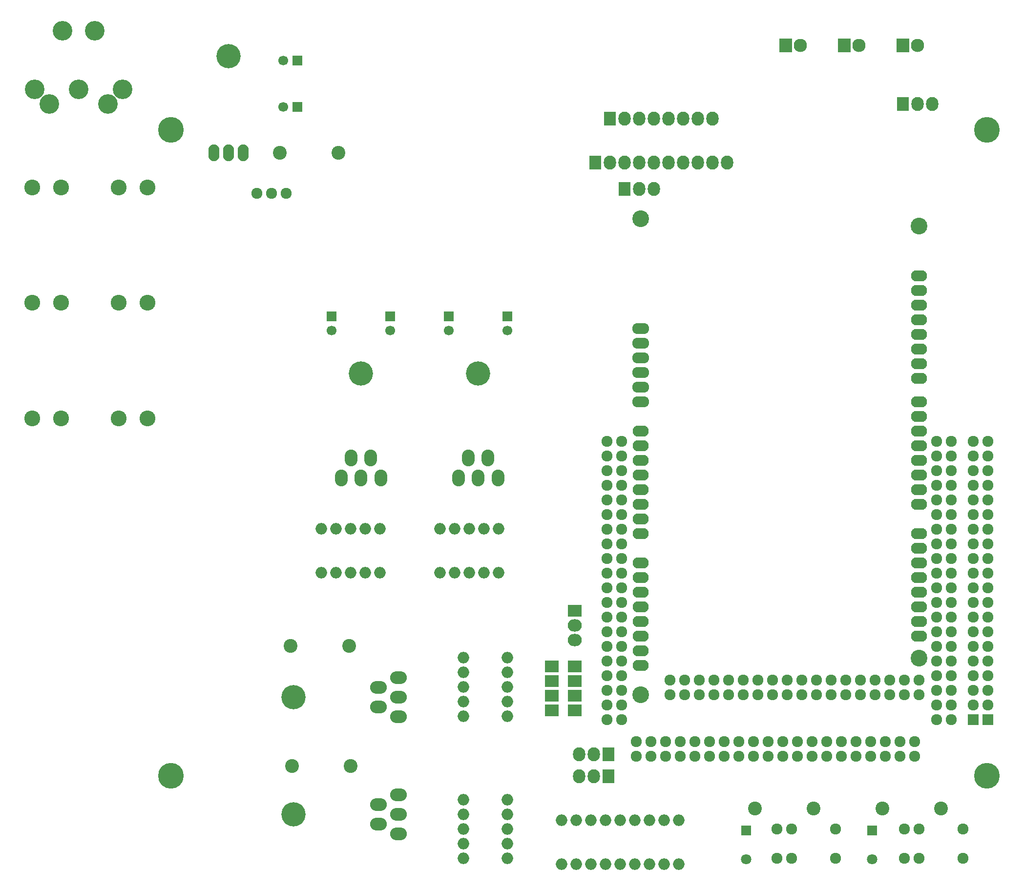
<source format=gbs>
G04 #@! TF.FileFunction,Soldermask,Bot*
%FSLAX46Y46*%
G04 Gerber Fmt 4.6, Leading zero omitted, Abs format (unit mm)*
G04 Created by KiCad (PCBNEW 4.0.1-stable) date Monday, February 22, 2016 'PMt' 07:07:20 PM*
%MOMM*%
G01*
G04 APERTURE LIST*
%ADD10C,0.100000*%
%ADD11O,2.000000X2.000000*%
%ADD12C,1.924000*%
%ADD13O,2.800000X1.924000*%
%ADD14O,2.940000X1.924000*%
%ADD15C,2.900000*%
%ADD16C,3.400000*%
%ADD17R,1.924000X1.924000*%
%ADD18R,1.800000X1.800000*%
%ADD19C,1.800000*%
%ADD20R,1.700000X1.700000*%
%ADD21C,1.700000*%
%ADD22C,2.749500*%
%ADD23R,2.300000X2.400000*%
%ADD24C,2.300000*%
%ADD25R,2.127200X2.432000*%
%ADD26O,2.127200X2.432000*%
%ADD27R,2.432000X2.127200*%
%ADD28O,2.432000X2.127200*%
%ADD29R,2.400000X2.100000*%
%ADD30C,2.398980*%
%ADD31O,2.200860X2.899360*%
%ADD32C,4.199840*%
%ADD33O,2.899360X2.200860*%
%ADD34O,1.901140X2.899360*%
%ADD35C,4.464000*%
G04 APERTURE END LIST*
D10*
D11*
X144780000Y-126492000D03*
X144780000Y-129032000D03*
X144780000Y-131572000D03*
X144780000Y-134112000D03*
X144780000Y-136652000D03*
X152400000Y-136652000D03*
X152400000Y-134112000D03*
X152400000Y-131572000D03*
X152400000Y-129032000D03*
X152400000Y-126492000D03*
D12*
X172198000Y-111906000D03*
X172198000Y-101746000D03*
X172198000Y-99206000D03*
X169658000Y-99206000D03*
X169658000Y-101746000D03*
X169658000Y-91586000D03*
X169658000Y-89046000D03*
X172198000Y-91586000D03*
X172198000Y-89046000D03*
X172198000Y-94126000D03*
X172198000Y-96666000D03*
X169658000Y-94126000D03*
X169658000Y-96666000D03*
X169658000Y-106826000D03*
X169658000Y-104286000D03*
X169658000Y-109366000D03*
X169658000Y-111906000D03*
X172198000Y-109366000D03*
X169658000Y-119526000D03*
X172198000Y-119526000D03*
X169658000Y-122066000D03*
X172198000Y-122066000D03*
X169658000Y-124606000D03*
X172198000Y-124606000D03*
X169658000Y-134766000D03*
X172198000Y-134766000D03*
X169658000Y-137306000D03*
X172198000Y-137306000D03*
X200138000Y-143656000D03*
X202678000Y-143656000D03*
X205218000Y-143656000D03*
X207758000Y-143656000D03*
X210298000Y-143656000D03*
X212838000Y-143656000D03*
X215378000Y-143656000D03*
X217918000Y-143656000D03*
X220458000Y-143656000D03*
X222998000Y-143656000D03*
X229348000Y-137306000D03*
X226808000Y-137306000D03*
X229348000Y-134766000D03*
X226808000Y-134766000D03*
X229348000Y-132226000D03*
X226808000Y-132226000D03*
X229348000Y-129686000D03*
X226808000Y-129686000D03*
X229348000Y-127146000D03*
X226808000Y-127146000D03*
X229348000Y-124606000D03*
X226808000Y-124606000D03*
X229348000Y-122066000D03*
X226808000Y-122066000D03*
X229348000Y-119526000D03*
X226808000Y-119526000D03*
X229348000Y-116986000D03*
X226808000Y-116986000D03*
X229348000Y-114446000D03*
X226808000Y-114446000D03*
X229348000Y-111906000D03*
X226808000Y-111906000D03*
X229348000Y-109366000D03*
X226808000Y-109366000D03*
X229348000Y-106826000D03*
X226808000Y-106826000D03*
X229348000Y-104286000D03*
X226808000Y-104286000D03*
X229348000Y-101746000D03*
X226808000Y-101746000D03*
X229348000Y-99206000D03*
X226808000Y-99206000D03*
X229348000Y-96666000D03*
X226808000Y-96666000D03*
X229348000Y-94126000D03*
X226808000Y-94126000D03*
X229348000Y-91586000D03*
X226808000Y-91586000D03*
X229348000Y-89046000D03*
X226808000Y-89046000D03*
X197598000Y-143656000D03*
X195058000Y-143656000D03*
X192518000Y-143656000D03*
X189978000Y-143656000D03*
X187438000Y-143656000D03*
X184898000Y-143656000D03*
X182358000Y-143656000D03*
X179818000Y-143656000D03*
X177278000Y-143656000D03*
X174738000Y-143656000D03*
X222998000Y-141116000D03*
X220458000Y-141116000D03*
X217918000Y-141116000D03*
X215378000Y-141116000D03*
X212838000Y-141116000D03*
X210298000Y-141116000D03*
X207758000Y-141116000D03*
X205218000Y-141116000D03*
X202678000Y-141116000D03*
X200138000Y-141116000D03*
X197598000Y-141116000D03*
X195058000Y-141116000D03*
X192518000Y-141116000D03*
X189978000Y-141116000D03*
X187438000Y-141116000D03*
X184898000Y-141116000D03*
X182358000Y-141116000D03*
X179818000Y-141116000D03*
X177278000Y-141116000D03*
X174738000Y-141116000D03*
X172198000Y-132226000D03*
X169658000Y-132226000D03*
X172198000Y-129686000D03*
X169658000Y-129686000D03*
X172198000Y-127146000D03*
X169658000Y-127146000D03*
X172198000Y-116986000D03*
X172198000Y-114446000D03*
X169658000Y-116986000D03*
X169658000Y-114446000D03*
X172198000Y-106826000D03*
X172198000Y-104286000D03*
D13*
X223760000Y-105048000D03*
X223760000Y-107588000D03*
X223760000Y-110128000D03*
X223760000Y-112668000D03*
X223760000Y-115208000D03*
X223760000Y-117748000D03*
X223760000Y-120288000D03*
X223760000Y-122828000D03*
X175500000Y-127908000D03*
X175500000Y-125368000D03*
X175500000Y-122828000D03*
X175500000Y-120288000D03*
X175500000Y-110128000D03*
X175500000Y-105048000D03*
X175500000Y-102508000D03*
X175500000Y-112668000D03*
X175500000Y-115208000D03*
X175500000Y-117748000D03*
X175500000Y-99968000D03*
X175500000Y-97428000D03*
X175500000Y-94888000D03*
X175500000Y-87268000D03*
X175500000Y-89808000D03*
X175500000Y-92348000D03*
D14*
X175500000Y-82188000D03*
X175500000Y-79648000D03*
X175500000Y-77108000D03*
X175500000Y-72028000D03*
X175500000Y-69488000D03*
D13*
X223760000Y-99968000D03*
X223760000Y-97428000D03*
X223760000Y-94888000D03*
X223760000Y-92348000D03*
X223760000Y-89808000D03*
X223760000Y-87268000D03*
X223760000Y-84728000D03*
X223760000Y-82188000D03*
X223760000Y-78124000D03*
X223760000Y-75584000D03*
X223760000Y-73044000D03*
X223760000Y-70504000D03*
X223760000Y-67964000D03*
X223760000Y-65424000D03*
X223760000Y-62884000D03*
X223760000Y-60344000D03*
D14*
X175500000Y-74568000D03*
D15*
X175500000Y-132988000D03*
X223760000Y-126638000D03*
X223760000Y-51708000D03*
X175500000Y-50438000D03*
D12*
X221220000Y-130448000D03*
X221220000Y-132988000D03*
X218680000Y-130448000D03*
X218680000Y-132988000D03*
X216140000Y-130448000D03*
X216140000Y-132988000D03*
X213600000Y-130448000D03*
X213600000Y-132988000D03*
X223760000Y-130448000D03*
X223760000Y-132988000D03*
X211060000Y-132988000D03*
X211060000Y-130448000D03*
X208520000Y-130448000D03*
X208520000Y-132988000D03*
X205980000Y-130448000D03*
X205980000Y-132988000D03*
X203440000Y-130448000D03*
X203440000Y-132988000D03*
X200900000Y-130448000D03*
X200900000Y-132988000D03*
X198360000Y-130448000D03*
X198360000Y-132988000D03*
X195820000Y-130448000D03*
X195820000Y-132988000D03*
X193280000Y-130448000D03*
X193280000Y-132988000D03*
X190740000Y-130448000D03*
X190740000Y-132988000D03*
X188200000Y-130448000D03*
X188200000Y-132988000D03*
X185660000Y-130448000D03*
X185660000Y-132988000D03*
X183120000Y-130448000D03*
X183120000Y-132988000D03*
X180580000Y-130448000D03*
X180580000Y-132988000D03*
X199136000Y-156210000D03*
X201676000Y-156210000D03*
X199136000Y-161290000D03*
X201676000Y-161290000D03*
X209296000Y-161290000D03*
X209296000Y-156210000D03*
X221234000Y-156210000D03*
X223774000Y-156210000D03*
X221234000Y-161290000D03*
X223774000Y-161290000D03*
X231394000Y-161290000D03*
X231394000Y-156210000D03*
D16*
X75206000Y-17840000D03*
X80794000Y-17840000D03*
X85620000Y-28000000D03*
X83080000Y-30540000D03*
X78000000Y-28000000D03*
X72920000Y-30540000D03*
X70380000Y-28000000D03*
D17*
X233172000Y-137287000D03*
D12*
X233172000Y-134747000D03*
X233172000Y-132207000D03*
X233172000Y-129667000D03*
X233172000Y-127127000D03*
X233172000Y-124587000D03*
X233172000Y-122047000D03*
X233172000Y-119507000D03*
X233172000Y-116967000D03*
X233172000Y-114427000D03*
X233172000Y-111887000D03*
X233172000Y-109347000D03*
X233172000Y-106807000D03*
X233172000Y-104267000D03*
X233172000Y-101727000D03*
X233172000Y-99187000D03*
X233172000Y-96647000D03*
X233172000Y-94107000D03*
X233172000Y-91567000D03*
X233172000Y-89027000D03*
D17*
X235712000Y-137287000D03*
D12*
X235712000Y-134747000D03*
X235712000Y-132207000D03*
X235712000Y-129667000D03*
X235712000Y-127127000D03*
X235712000Y-124587000D03*
X235712000Y-122047000D03*
X235712000Y-119507000D03*
X235712000Y-116967000D03*
X235712000Y-114427000D03*
X235712000Y-111887000D03*
X235712000Y-109347000D03*
X235712000Y-106807000D03*
X235712000Y-104267000D03*
X235712000Y-101727000D03*
X235712000Y-99187000D03*
X235712000Y-96647000D03*
X235712000Y-94107000D03*
X235712000Y-91567000D03*
X235712000Y-89027000D03*
D18*
X193802000Y-156464000D03*
D19*
X193802000Y-161464000D03*
D18*
X215646000Y-156464000D03*
D19*
X215646000Y-161464000D03*
D20*
X142240000Y-67310000D03*
D21*
X142240000Y-69810000D03*
D20*
X116000000Y-23000000D03*
D21*
X113500000Y-23000000D03*
D20*
X116000000Y-31000000D03*
D21*
X113500000Y-31000000D03*
D20*
X152400000Y-67310000D03*
D21*
X152400000Y-69810000D03*
D20*
X121920000Y-67310000D03*
D21*
X121920000Y-69810000D03*
D20*
X132080000Y-67310000D03*
D21*
X132080000Y-69810000D03*
D22*
X74998740Y-65000000D03*
X70000020Y-65000000D03*
X85001260Y-65000000D03*
X89999980Y-65000000D03*
X74998740Y-85000000D03*
X70000020Y-85000000D03*
X85001260Y-85000000D03*
X89999980Y-85000000D03*
X74998740Y-45000000D03*
X70000020Y-45000000D03*
X85001260Y-45000000D03*
X89999980Y-45000000D03*
D23*
X220980000Y-20320000D03*
D24*
X223520000Y-20320000D03*
D23*
X200660000Y-20320000D03*
D24*
X203200000Y-20320000D03*
D23*
X210820000Y-20320000D03*
D24*
X213360000Y-20320000D03*
D25*
X170180000Y-33020000D03*
D26*
X172720000Y-33020000D03*
X175260000Y-33020000D03*
X177800000Y-33020000D03*
X180340000Y-33020000D03*
X182880000Y-33020000D03*
X185420000Y-33020000D03*
X187960000Y-33020000D03*
D25*
X167640000Y-40640000D03*
D26*
X170180000Y-40640000D03*
X172720000Y-40640000D03*
X175260000Y-40640000D03*
X177800000Y-40640000D03*
X180340000Y-40640000D03*
X182880000Y-40640000D03*
X185420000Y-40640000D03*
X187960000Y-40640000D03*
X190500000Y-40640000D03*
D27*
X164084000Y-118364000D03*
D28*
X164084000Y-120904000D03*
X164084000Y-123444000D03*
D25*
X220980000Y-30480000D03*
D26*
X223520000Y-30480000D03*
X226060000Y-30480000D03*
D25*
X169926000Y-147066000D03*
D26*
X167386000Y-147066000D03*
X164846000Y-147066000D03*
D25*
X169926000Y-143256000D03*
D26*
X167386000Y-143256000D03*
X164846000Y-143256000D03*
D25*
X172720000Y-45212000D03*
D26*
X175260000Y-45212000D03*
X177800000Y-45212000D03*
D29*
X164052000Y-135636000D03*
X160052000Y-135636000D03*
X164052000Y-133096000D03*
X160052000Y-133096000D03*
X164052000Y-130556000D03*
X160052000Y-130556000D03*
X164052000Y-128016000D03*
X160052000Y-128016000D03*
D30*
X195326000Y-152654000D03*
X205486000Y-152654000D03*
X217424000Y-152654000D03*
X227584000Y-152654000D03*
X125222000Y-145288000D03*
X115062000Y-145288000D03*
X123080000Y-39000000D03*
X112920000Y-39000000D03*
D12*
X111460000Y-46000000D03*
X108920000Y-46000000D03*
X114000000Y-46000000D03*
D11*
X182118000Y-154686000D03*
X179578000Y-154686000D03*
X177038000Y-154686000D03*
X174498000Y-154686000D03*
X171958000Y-154686000D03*
X169418000Y-154686000D03*
X166878000Y-154686000D03*
X164338000Y-154686000D03*
X161798000Y-154686000D03*
X161798000Y-162306000D03*
X164338000Y-162306000D03*
X166878000Y-162306000D03*
X169418000Y-162306000D03*
X171958000Y-162306000D03*
X174498000Y-162306000D03*
X177038000Y-162306000D03*
X179578000Y-162306000D03*
X182118000Y-162306000D03*
D31*
X147320000Y-95379540D03*
X143918940Y-95379540D03*
X150721060Y-95379540D03*
D32*
X147320000Y-77216000D03*
D31*
X145620740Y-91879420D03*
X149019260Y-91879420D03*
D33*
X133479540Y-133350000D03*
X133479540Y-136751060D03*
X133479540Y-129948940D03*
D32*
X115316000Y-133350000D03*
D33*
X129979420Y-135049260D03*
X129979420Y-131650740D03*
D11*
X150876000Y-104140000D03*
X148336000Y-104140000D03*
X145796000Y-104140000D03*
X143256000Y-104140000D03*
X140716000Y-104140000D03*
X140716000Y-111760000D03*
X143256000Y-111760000D03*
X145796000Y-111760000D03*
X148336000Y-111760000D03*
X150876000Y-111760000D03*
D31*
X127000000Y-95379540D03*
X123598940Y-95379540D03*
X130401060Y-95379540D03*
D32*
X127000000Y-77216000D03*
D31*
X125300740Y-91879420D03*
X128699260Y-91879420D03*
D33*
X133479540Y-153670000D03*
X133479540Y-157071060D03*
X133479540Y-150268940D03*
D32*
X115316000Y-153670000D03*
D33*
X129979420Y-155369260D03*
X129979420Y-151970740D03*
D11*
X130302000Y-104140000D03*
X127762000Y-104140000D03*
X125222000Y-104140000D03*
X122682000Y-104140000D03*
X120142000Y-104140000D03*
X120142000Y-111760000D03*
X122682000Y-111760000D03*
X125222000Y-111760000D03*
X127762000Y-111760000D03*
X130302000Y-111760000D03*
X144780000Y-151130000D03*
X144780000Y-153670000D03*
X144780000Y-156210000D03*
X144780000Y-158750000D03*
X144780000Y-161290000D03*
X152400000Y-161290000D03*
X152400000Y-158750000D03*
X152400000Y-156210000D03*
X152400000Y-153670000D03*
X152400000Y-151130000D03*
D34*
X104000000Y-39000000D03*
X101460000Y-39000000D03*
X106540000Y-39000000D03*
D32*
X104000000Y-22236000D03*
D30*
X124968000Y-124460000D03*
X114808000Y-124460000D03*
D35*
X94000000Y-147000000D03*
X94000000Y-35000000D03*
X235500000Y-147000000D03*
X235500000Y-35000000D03*
M02*

</source>
